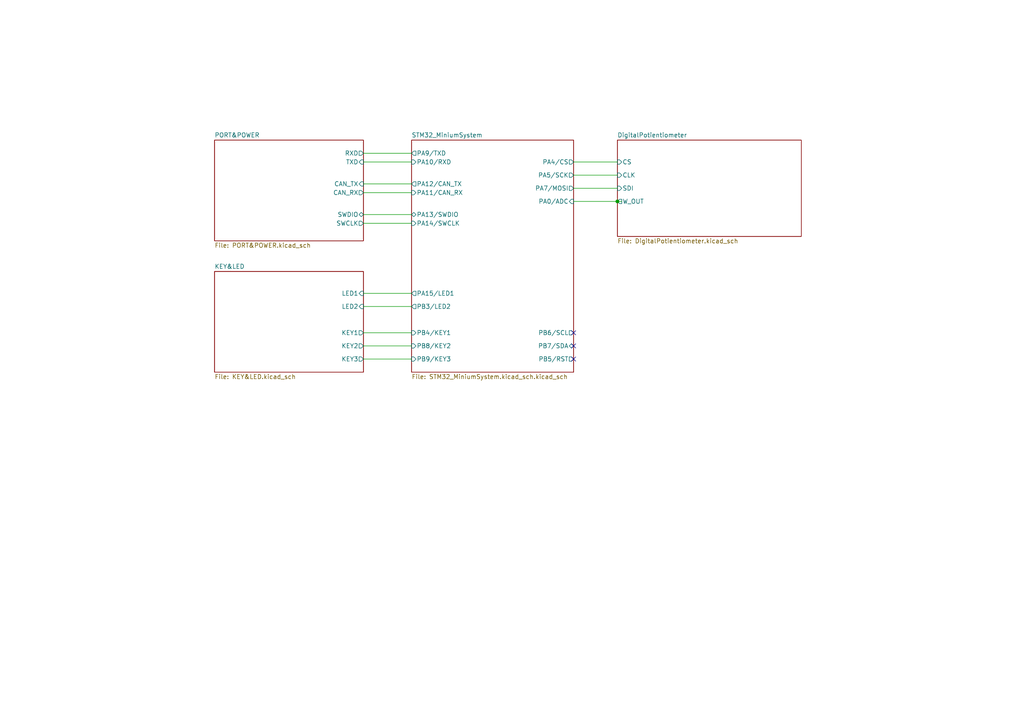
<source format=kicad_sch>
(kicad_sch (version 20211123) (generator eeschema)
  (paper "A4")
  (lib_symbols)
  (junction (at 179.07 58.42))
  (no_connect (at 166.37 100.33))
  (no_connect (at 166.37 104.14))
  (no_connect (at 166.37 96.52))
  (wire (pts (xy 179.07 58.42) (xy 180.34 58.42)))
  (wire (pts (xy 166.37 46.99) (xy 179.07 46.99)))
  (wire (pts (xy 105.41 62.23) (xy 119.38 62.23)))
  (wire (pts (xy 166.37 50.8) (xy 179.07 50.8)))
  (wire (pts (xy 105.41 55.88) (xy 119.38 55.88)))
  (wire (pts (xy 105.41 44.45) (xy 119.38 44.45)))
  (wire (pts (xy 105.41 46.99) (xy 119.38 46.99)))
  (wire (pts (xy 105.41 88.9) (xy 119.38 88.9)))
  (wire (pts (xy 166.37 58.42) (xy 179.07 58.42)))
  (wire (pts (xy 105.41 53.34) (xy 119.38 53.34)))
  (wire (pts (xy 105.41 64.77) (xy 119.38 64.77)))
  (wire (pts (xy 105.41 100.33) (xy 119.38 100.33)))
  (wire (pts (xy 105.41 104.14) (xy 119.38 104.14)))
  (wire (pts (xy 166.37 54.61) (xy 179.07 54.61)))
  (wire (pts (xy 105.41 96.52) (xy 119.38 96.52)))
  (wire (pts (xy 105.41 85.09) (xy 119.38 85.09)))
  (sheet (at 119.38 40.64) (size 46.99 67.31) (stroke (width 0.1524))
    (property "Sheet name" "STM32_MiniumSystem" (at 119.38 39.9284 0) (effects (justify left bottom)))
    (property "Sheet file" "STM32_MiniumSystem.kicad_sch.kicad_sch" (at 119.38 108.5346 0) (effects (justify left top)))
    (pin "PB9{slash}KEY3" input (at 119.38 104.14 180))
    (pin "PB4{slash}KEY1" input (at 119.38 96.52 180))
    (pin "PA14{slash}SWCLK" input (at 119.38 64.77 180))
    (pin "PB5{slash}RST" output (at 166.37 104.14 0))
    (pin "PB8{slash}KEY2" input (at 119.38 100.33 180))
    (pin "PA13{slash}SWDIO" bidirectional (at 119.38 62.23 180))
    (pin "PB7{slash}SDA" bidirectional (at 166.37 100.33 0))
    (pin "PA15{slash}LED1" output (at 119.38 85.09 180))
    (pin "PA0{slash}ADC" input (at 166.37 58.42 0))
    (pin "PB3{slash}LED2" output (at 119.38 88.9 180))
    (pin "PB6{slash}SCL" output (at 166.37 96.52 0))
    (pin "PA9{slash}TXD" output (at 119.38 44.45 180))
    (pin "PA5{slash}SCK" output (at 166.37 50.8 0))
    (pin "PA4{slash}CS" output (at 166.37 46.99 0))
    (pin "PA10{slash}RXD" input (at 119.38 46.99 180))
    (pin "PA11{slash}CAN_RX" input (at 119.38 55.88 180))
    (pin "PA12{slash}CAN_TX" output (at 119.38 53.34 180))
    (pin "PA7{slash}MOSI" output (at 166.37 54.61 0))
  )
  (sheet (at 179.07 40.64) (size 53.34 27.94) (stroke (width 0.1524))
    (property "Sheet name" "DigitalPotientiometer" (at 179.07 39.9284 0) (effects (justify left bottom)))
    (property "Sheet file" "DigitalPotientiometer.kicad_sch" (at 179.07 69.1646 0) (effects (justify left top)))
    (pin "CLK" input (at 179.07 50.8 180))
    (pin "SDI" input (at 179.07 54.61 180))
    (pin "CS" input (at 179.07 46.99 180))
    (pin "W_OUT" output (at 179.07 58.42 180))
  )
  (sheet (at 62.23 40.64) (size 43.18 29.21) (stroke (width 0.1524))
    (property "Sheet name" "PORT&POWER" (at 62.23 39.9284 0) (effects (justify left bottom)))
    (property "Sheet file" "PORT&POWER.kicad_sch" (at 62.23 70.4346 0) (effects (justify left top)))
    (pin "SWCLK" output (at 105.41 64.77 0))
    (pin "SWDIO" bidirectional (at 105.41 62.23 0))
    (pin "CAN_TX" input (at 105.41 53.34 0))
    (pin "CAN_RX" output (at 105.41 55.88 0))
    (pin "RXD" output (at 105.41 44.45 0))
    (pin "TXD" input (at 105.41 46.99 0))
  )
  (sheet (at 62.23 78.74) (size 43.18 29.21) (stroke (width 0.1524))
    (property "Sheet name" "KEY&LED" (at 62.23 78.0284 0) (effects (justify left bottom)))
    (property "Sheet file" "KEY&LED.kicad_sch" (at 62.23 108.5346 0) (effects (justify left top)))
    (pin "KEY3" output (at 105.41 104.14 0))
    (pin "LED2" input (at 105.41 88.9 0))
    (pin "LED1" input (at 105.41 85.09 0))
    (pin "KEY2" output (at 105.41 100.33 0))
    (pin "KEY1" output (at 105.41 96.52 0))
  )
)
</source>
